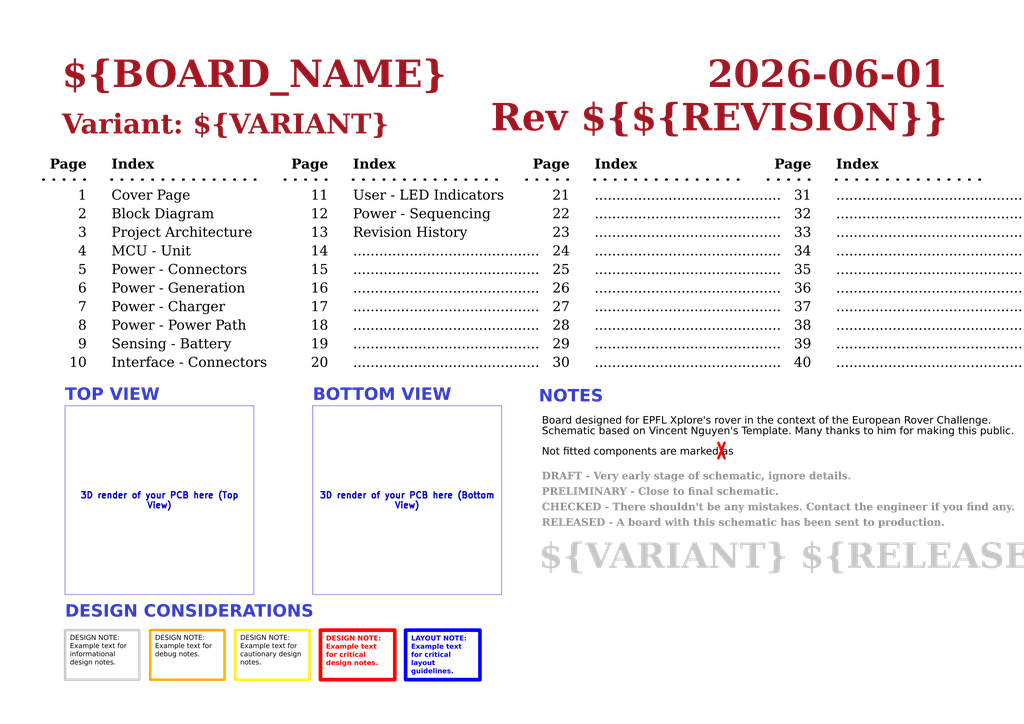
<source format=kicad_sch>
(kicad_sch
	(version 20231120)
	(generator "eeschema")
	(generator_version "8.0")
	(uuid "0650c7a8-acba-429c-9f8e-eec0baf0bc1c")
	(paper "A3")
	(title_block
		(title "Cover Page")
		(date "Last Modified Date")
		(rev "${REVISION}")
		(company "${COMPANY}")
	)
	(lib_symbols)
	(polyline
		(pts
			(xy 215.9 73.66) (xy 233.68 73.66)
		)
		(stroke
			(width 1)
			(type dot)
			(color 0 0 0 1)
		)
		(uuid "024689d9-b8ca-41ae-b55d-6ff207f6e101")
	)
	(polyline
		(pts
			(xy 297.18 181.61) (xy 294.64 187.96)
		)
		(stroke
			(width 1)
			(type default)
			(color 255 0 0 1)
		)
		(uuid "4ae2cac4-7676-4a8d-91c4-c6c6f4585019")
	)
	(polyline
		(pts
			(xy 45.72 73.66) (xy 106.68 73.66)
		)
		(stroke
			(width 1)
			(type dot)
			(color 0 0 0 1)
		)
		(uuid "594379bc-c052-4d2e-996b-8b5c1a0857fd")
	)
	(polyline
		(pts
			(xy 342.9 73.66) (xy 403.86 73.66)
		)
		(stroke
			(width 1)
			(type dot)
			(color 0 0 0 1)
		)
		(uuid "8ca04e4f-914f-46ae-b7bb-c241f34f0be3")
	)
	(polyline
		(pts
			(xy 243.84 73.66) (xy 304.8 73.66)
		)
		(stroke
			(width 1)
			(type dot)
			(color 0 0 0 1)
		)
		(uuid "90aedf20-3619-4eea-9142-e5201cfa9329")
	)
	(polyline
		(pts
			(xy 116.84 73.66) (xy 134.62 73.66)
		)
		(stroke
			(width 1)
			(type dot)
			(color 0 0 0 1)
		)
		(uuid "aa27a991-1dd0-4ddb-a292-69ddc074d2fe")
	)
	(polyline
		(pts
			(xy 17.78 73.66) (xy 35.56 73.66)
		)
		(stroke
			(width 1)
			(type dot)
			(color 0 0 0 1)
		)
		(uuid "aefa0f5d-e237-48a6-8d0d-7925958d23a4")
	)
	(polyline
		(pts
			(xy 294.64 181.61) (xy 297.18 187.96)
		)
		(stroke
			(width 1)
			(type default)
			(color 255 0 0 1)
		)
		(uuid "b16ef1e7-4b58-4125-810d-81e7071984f8")
	)
	(polyline
		(pts
			(xy 144.78 73.66) (xy 205.74 73.66)
		)
		(stroke
			(width 1)
			(type dot)
			(color 0 0 0 1)
		)
		(uuid "d03f8f3f-5543-483d-a054-040e77e06c0e")
	)
	(polyline
		(pts
			(xy 314.96 73.66) (xy 332.74 73.66)
		)
		(stroke
			(width 1)
			(type dot)
			(color 0 0 0 1)
		)
		(uuid "f1ab5a98-3d21-4c83-b2d8-cfe1793d64cb")
	)
	(text_box "3D render of your PCB here (Bottom View)"
		(exclude_from_sim no)
		(at 128.27 166.37 0)
		(size 77.47 77.47)
		(stroke
			(width 0)
			(type default)
		)
		(fill
			(type none)
		)
		(effects
			(font
				(size 2.54 2.54)
				(thickness 0.508)
				(bold yes)
			)
		)
		(uuid "0c38d11f-bb11-46db-a91c-ebc0b30e95f5")
	)
	(text_box "3D render of your PCB here (Top View)"
		(exclude_from_sim no)
		(at 26.67 166.37 0)
		(size 77.47 77.47)
		(stroke
			(width 0)
			(type default)
		)
		(fill
			(type none)
		)
		(effects
			(font
				(size 2.54 2.54)
				(thickness 0.508)
				(bold yes)
			)
		)
		(uuid "2d015f2a-bc39-4866-bbd9-40b03d497a26")
	)
	(text_box "Metadata can be set in File → Schematic Setup → Project → Text Variables"
		(exclude_from_sim no)
		(at 8.89 300.99 0)
		(size 119.38 6.35)
		(stroke
			(width -0.0001)
			(type default)
		)
		(fill
			(type none)
		)
		(effects
			(font
				(size 2.54 2.54)
				(thickness 0.381)
				(bold yes)
				(color 0 0 0 1)
			)
			(justify right top)
		)
		(uuid "4d4fc8f9-28d9-4b33-b78d-b00f0a2b33ca")
	)
	(text_box "DESIGN NOTE:\nExample text for informational design notes."
		(exclude_from_sim no)
		(at 26.67 258.445 0)
		(size 30.48 20.32)
		(stroke
			(width 1)
			(type solid)
			(color 200 200 200 1)
		)
		(fill
			(type none)
		)
		(effects
			(font
				(face "Arial")
				(size 2 2)
				(color 0 0 0 1)
			)
			(justify left top)
		)
		(uuid "60b6a08c-a542-468e-b79f-aa4a2aa0e9e7")
	)
	(text_box "LAYOUT NOTE:\nExample text for critical layout guidelines."
		(exclude_from_sim no)
		(at 166.37 258.445 0)
		(size 30.48 20.32)
		(stroke
			(width 1.5)
			(type solid)
			(color 0 0 255 1)
		)
		(fill
			(type none)
		)
		(effects
			(font
				(face "Arial")
				(size 2 2)
				(thickness 0.4)
				(bold yes)
				(color 0 0 255 1)
			)
			(justify left top)
		)
		(uuid "b2648603-9b19-4c01-9621-49d92c5b8a6e")
	)
	(text_box "DESIGN NOTE:\nExample text for cautionary design notes."
		(exclude_from_sim no)
		(at 96.52 258.445 0)
		(size 30.48 20.32)
		(stroke
			(width 1)
			(type solid)
			(color 250 236 0 1)
		)
		(fill
			(type none)
		)
		(effects
			(font
				(face "Arial")
				(size 2 2)
				(color 0 0 0 1)
			)
			(justify left top)
		)
		(uuid "c7ec7f64-f5b0-4d3e-9743-7d40c3e23ecf")
	)
	(text_box "DESIGN NOTE:\nExample text for debug notes."
		(exclude_from_sim no)
		(at 61.595 258.445 0)
		(size 30.48 20.32)
		(stroke
			(width 1)
			(type solid)
			(color 255 165 0 1)
		)
		(fill
			(type none)
		)
		(effects
			(font
				(face "Arial")
				(size 2 2)
				(color 0 0 0 1)
			)
			(justify left top)
		)
		(uuid "c8bf2561-6ede-45f0-9b2e-12af2dfee13b")
	)
	(text_box "DESIGN NOTE:\nExample text for critical design notes."
		(exclude_from_sim no)
		(at 131.445 258.445 0)
		(size 30.48 20.32)
		(stroke
			(width 1.5)
			(type solid)
			(color 255 0 0 1)
		)
		(fill
			(type none)
		)
		(effects
			(font
				(face "Arial")
				(size 2 2)
				(thickness 0.4)
				(bold yes)
				(color 255 0 0 1)
			)
			(justify left top)
		)
		(uuid "d03e1008-e371-461f-a9f2-320d8a2b7341")
	)
	(text "9"
		(exclude_from_sim no)
		(at 35.56 144.78 0)
		(effects
			(font
				(face "Times New Roman")
				(size 4 4)
				(color 0 0 0 1)
			)
			(justify right bottom)
			(href "#9")
		)
		(uuid "0171ecc8-df6f-418e-95ea-db73cf975716")
	)
	(text "BOTTOM VIEW"
		(exclude_from_sim no)
		(at 128.27 166.37 0)
		(effects
			(font
				(face "Arial")
				(size 5 5)
				(bold yes)
				(color 53 60 207 1)
			)
			(justify left bottom)
		)
		(uuid "041ff709-0f5e-466e-adab-d03afffd90b7")
	)
	(text "..........................................."
		(exclude_from_sim no)
		(at 243.84 99.06 0)
		(effects
			(font
				(face "Times New Roman")
				(size 4 4)
				(color 0 0 0 1)
			)
			(justify left bottom)
			(href "#23")
		)
		(uuid "0647f622-b644-4538-802a-42edf8cdccc5")
	)
	(text "Schematic based on Vincent Nguyen's Template. Many thanks to him for making this public."
		(exclude_from_sim no)
		(at 222.25 179.578 0)
		(effects
			(font
				(face "Arial")
				(size 3 3)
				(color 0 0 0 1)
			)
			(justify left bottom)
			(href "https://youtu.be/_ZjyeltLMAg")
		)
		(uuid "0649b5a6-dc8d-479b-a381-010399865be2")
	)
	(text "13"
		(exclude_from_sim no)
		(at 134.62 99.06 0)
		(effects
			(font
				(face "Times New Roman")
				(size 4 4)
				(color 0 0 0 1)
			)
			(justify right bottom)
			(href "#13")
		)
		(uuid "09a9f005-609a-4854-9ba5-f5a5e7b8d7c7")
	)
	(text "RELEASED - A board with this schematic has been sent to production."
		(exclude_from_sim no)
		(at 222.25 217.17 0)
		(effects
			(font
				(face "Times New Roman")
				(size 3 3)
				(thickness 0.6)
				(bold yes)
				(color 140 140 140 1)
			)
			(justify left bottom)
		)
		(uuid "10cbc67f-d688-44d7-9e2b-bee41b99ad5c")
	)
	(text "Page"
		(exclude_from_sim no)
		(at 332.74 71.12 0)
		(effects
			(font
				(face "Times New Roman")
				(size 4 4)
				(bold yes)
				(color 0 0 0 1)
			)
			(justify right bottom)
		)
		(uuid "1b60c0cc-bf04-4615-8796-1ecc890b346a")
	)
	(text "TOP VIEW"
		(exclude_from_sim no)
		(at 26.67 166.37 0)
		(effects
			(font
				(face "Arial")
				(size 5 5)
				(bold yes)
				(color 53 60 207 1)
			)
			(justify left bottom)
		)
		(uuid "1c033b5c-f50d-4e0f-94c4-59e72fb244de")
	)
	(text "3"
		(exclude_from_sim no)
		(at 35.56 99.06 0)
		(effects
			(font
				(face "Times New Roman")
				(size 4 4)
				(color 0 0 0 1)
			)
			(justify right bottom)
			(href "#3")
		)
		(uuid "1dd16a1b-b3b8-42a1-b678-3a7b261e7284")
	)
	(text "38"
		(exclude_from_sim no)
		(at 332.74 137.16 0)
		(effects
			(font
				(face "Times New Roman")
				(size 4 4)
				(color 0 0 0 1)
			)
			(justify right bottom)
			(href "#38")
		)
		(uuid "2d20025d-61e4-451d-b51e-153fedc44d68")
	)
	(text "Interface - Connectors"
		(exclude_from_sim no)
		(at 45.72 152.4 0)
		(effects
			(font
				(face "Times New Roman")
				(size 4 4)
				(color 0 0 0 1)
			)
			(justify left bottom)
			(href "#10")
		)
		(uuid "2df49b6e-980f-4a01-ab23-c61ed27bd1b8")
	)
	(text "Sensing - Battery"
		(exclude_from_sim no)
		(at 45.72 144.78 0)
		(effects
			(font
				(face "Times New Roman")
				(size 4 4)
				(color 0 0 0 1)
			)
			(justify left bottom)
			(href "#9")
		)
		(uuid "319dfe95-cf7d-4b95-aa65-2f948d7bd6bc")
	)
	(text "Power - Power Path"
		(exclude_from_sim no)
		(at 45.72 137.16 0)
		(effects
			(font
				(face "Times New Roman")
				(size 4 4)
				(color 0 0 0 1)
			)
			(justify left bottom)
			(href "#8")
		)
		(uuid "339f13bd-0896-43a1-925e-733e36e395bd")
	)
	(text "..........................................."
		(exclude_from_sim no)
		(at 144.78 121.92 0)
		(effects
			(font
				(face "Times New Roman")
				(size 4 4)
				(color 0 0 0 1)
			)
			(justify left bottom)
			(href "#16")
		)
		(uuid "34c28277-d6a5-4104-8740-b78485a8ff4c")
	)
	(text "1"
		(exclude_from_sim no)
		(at 35.56 83.82 0)
		(effects
			(font
				(face "Times New Roman")
				(size 4 4)
				(color 0 0 0 1)
			)
			(justify right bottom)
			(href "#1")
		)
		(uuid "3691ab49-6c05-4886-869a-12221f52fdee")
	)
	(text "Not fitted components are marked as"
		(exclude_from_sim no)
		(at 222.25 187.96 0)
		(effects
			(font
				(face "Arial")
				(size 3 3)
				(color 0 0 0 1)
			)
			(justify left bottom)
		)
		(uuid "3e121d9b-11e9-4895-9779-ade93d5b2a88")
	)
	(text "..........................................."
		(exclude_from_sim no)
		(at 243.84 152.4 0)
		(effects
			(font
				(face "Times New Roman")
				(size 4 4)
				(color 0 0 0 1)
			)
			(justify left bottom)
			(href "#30")
		)
		(uuid "41bb0f90-1135-4d50-9d44-9fb04444ecf6")
	)
	(text "Index"
		(exclude_from_sim no)
		(at 45.72 71.12 0)
		(effects
			(font
				(face "Times New Roman")
				(size 4 4)
				(bold yes)
				(color 0 0 0 1)
			)
			(justify left bottom)
		)
		(uuid "44841f0e-187c-41b9-a570-9f74973319c9")
	)
	(text "Revision History"
		(exclude_from_sim no)
		(at 144.78 99.06 0)
		(effects
			(font
				(face "Times New Roman")
				(size 4 4)
				(color 0 0 0 1)
			)
			(justify left bottom)
			(href "#13")
		)
		(uuid "461ef4aa-5f24-4935-a427-92bbc78a05f3")
	)
	(text "Index"
		(exclude_from_sim no)
		(at 144.78 71.12 0)
		(effects
			(font
				(face "Times New Roman")
				(size 4 4)
				(bold yes)
				(color 0 0 0 1)
			)
			(justify left bottom)
		)
		(uuid "4773b195-e777-483d-bd5a-5b18be14b485")
	)
	(text "27"
		(exclude_from_sim no)
		(at 233.68 129.54 0)
		(effects
			(font
				(face "Times New Roman")
				(size 4 4)
				(color 0 0 0 1)
			)
			(justify right bottom)
			(href "#27")
		)
		(uuid "47e5ef3a-a936-4417-8e04-a70df1a04676")
	)
	(text "15"
		(exclude_from_sim no)
		(at 134.62 114.3 0)
		(effects
			(font
				(face "Times New Roman")
				(size 4 4)
				(color 0 0 0 1)
			)
			(justify right bottom)
			(href "#15")
		)
		(uuid "48cae9b2-9935-4ee2-a962-685c04325434")
	)
	(text "6"
		(exclude_from_sim no)
		(at 35.56 121.92 0)
		(effects
			(font
				(face "Times New Roman")
				(size 4 4)
				(color 0 0 0 1)
			)
			(justify right bottom)
			(href "#6")
		)
		(uuid "4aa9b67c-c657-48d1-abb0-497faf20008a")
	)
	(text "PRELIMINARY - Close to final schematic."
		(exclude_from_sim no)
		(at 222.25 204.47 0)
		(effects
			(font
				(face "Times New Roman")
				(size 3 3)
				(thickness 0.6)
				(bold yes)
				(color 140 140 140 1)
			)
			(justify left bottom)
		)
		(uuid "4b75d6be-e2b4-4862-a5fd-f3239bff6734")
	)
	(text "24"
		(exclude_from_sim no)
		(at 233.68 106.68 0)
		(effects
			(font
				(face "Times New Roman")
				(size 4 4)
				(color 0 0 0 1)
			)
			(justify right bottom)
			(href "#24")
		)
		(uuid "4d10b8f7-ee9d-4539-987e-2871a213b2d6")
	)
	(text "${VARIANT} ${RELEASE_DATE}"
		(exclude_from_sim no)
		(at 220.98 237.49 0)
		(effects
			(font
				(face "Times New Roman")
				(size 10.16 10.16)
				(thickness 0.6)
				(bold yes)
				(color 200 200 200 1)
			)
			(justify left bottom)
		)
		(uuid "4f144e11-d681-45f3-b92d-dea6c28023e4")
	)
	(text "Page"
		(exclude_from_sim no)
		(at 35.56 71.12 0)
		(effects
			(font
				(face "Times New Roman")
				(size 4 4)
				(bold yes)
				(color 0 0 0 1)
			)
			(justify right bottom)
		)
		(uuid "5216de6a-28ab-4e49-a422-9fd32d8fed67")
	)
	(text "MCU - Unit"
		(exclude_from_sim no)
		(at 45.72 106.68 0)
		(effects
			(font
				(face "Times New Roman")
				(size 4 4)
				(color 0 0 0 1)
			)
			(justify left bottom)
			(href "#4")
		)
		(uuid "547bb3ec-bec4-4b68-a38e-2ac56be29bd3")
	)
	(text "..........................................."
		(exclude_from_sim no)
		(at 243.84 129.54 0)
		(effects
			(font
				(face "Times New Roman")
				(size 4 4)
				(color 0 0 0 1)
			)
			(justify left bottom)
			(href "#27")
		)
		(uuid "598c6218-39d7-40a8-878a-842531c6a754")
	)
	(text "8"
		(exclude_from_sim no)
		(at 35.56 137.16 0)
		(effects
			(font
				(face "Times New Roman")
				(size 4 4)
				(color 0 0 0 1)
			)
			(justify right bottom)
			(href "#8")
		)
		(uuid "5dd35c87-2aeb-4c16-ab79-fbda71c4347a")
	)
	(text "14"
		(exclude_from_sim no)
		(at 134.62 106.68 0)
		(effects
			(font
				(face "Times New Roman")
				(size 4 4)
				(color 0 0 0 1)
			)
			(justify right bottom)
			(href "#14")
		)
		(uuid "5e529423-56be-4ad0-9794-38b960fa0634")
	)
	(text "..........................................."
		(exclude_from_sim no)
		(at 342.9 137.16 0)
		(effects
			(font
				(face "Times New Roman")
				(size 4 4)
				(color 0 0 0 1)
			)
			(justify left bottom)
			(href "#38")
		)
		(uuid "5ec61f31-3c66-4623-97e5-d26d3b9bb1be")
	)
	(text "..........................................."
		(exclude_from_sim no)
		(at 342.9 152.4 0)
		(effects
			(font
				(face "Times New Roman")
				(size 4 4)
				(color 0 0 0 1)
			)
			(justify left bottom)
			(href "#40")
		)
		(uuid "65f25bf1-cc7d-4807-9afa-0a0ac612f9b3")
	)
	(text "23"
		(exclude_from_sim no)
		(at 233.68 99.06 0)
		(effects
			(font
				(face "Times New Roman")
				(size 4 4)
				(color 0 0 0 1)
			)
			(justify right bottom)
			(href "#23")
		)
		(uuid "68aaa364-f788-45fb-b731-7b1eda7a6c6c")
	)
	(text "Index"
		(exclude_from_sim no)
		(at 243.84 71.12 0)
		(effects
			(font
				(face "Times New Roman")
				(size 4 4)
				(bold yes)
				(color 0 0 0 1)
			)
			(justify left bottom)
		)
		(uuid "6eee427d-5608-4f64-99d8-6d8e4391a6b0")
	)
	(text "..........................................."
		(exclude_from_sim no)
		(at 342.9 91.44 0)
		(effects
			(font
				(face "Times New Roman")
				(size 4 4)
				(color 0 0 0 1)
			)
			(justify left bottom)
			(href "#32")
		)
		(uuid "71058a62-023a-4e0a-b0c4-c0fb8bf95cc8")
	)
	(text "5"
		(exclude_from_sim no)
		(at 35.56 114.3 0)
		(effects
			(font
				(face "Times New Roman")
				(size 4 4)
				(color 0 0 0 1)
			)
			(justify right bottom)
			(href "#5")
		)
		(uuid "718e4830-a352-43f0-b9c5-1495032b5970")
	)
	(text "${CURRENT_DATE}"
		(exclude_from_sim no)
		(at 388.62 40.64 0)
		(effects
			(font
				(face "Times New Roman")
				(size 11 11)
				(thickness 1)
				(bold yes)
				(color 162 22 34 1)
			)
			(justify right bottom)
		)
		(uuid "752b8016-2b6c-433a-9e5a-755eac1f800d")
	)
	(text "26"
		(exclude_from_sim no)
		(at 233.68 121.92 0)
		(effects
			(font
				(face "Times New Roman")
				(size 4 4)
				(color 0 0 0 1)
			)
			(justify right bottom)
			(href "#26")
		)
		(uuid "78da4ba2-8c96-4e51-9a03-b14367dceea0")
	)
	(text "16"
		(exclude_from_sim no)
		(at 134.62 121.92 0)
		(effects
			(font
				(face "Times New Roman")
				(size 4 4)
				(color 0 0 0 1)
			)
			(justify right bottom)
			(href "#16")
		)
		(uuid "7a577aea-9c53-4431-8f38-6cd521e907d0")
	)
	(text "10"
		(exclude_from_sim no)
		(at 35.56 152.4 0)
		(effects
			(font
				(face "Times New Roman")
				(size 4 4)
				(color 0 0 0 1)
			)
			(justify right bottom)
			(href "#10")
		)
		(uuid "7caa34f0-df91-4ed4-bb8e-ff81315f8c93")
	)
	(text "35"
		(exclude_from_sim no)
		(at 332.74 114.3 0)
		(effects
			(font
				(face "Times New Roman")
				(size 4 4)
				(color 0 0 0 1)
			)
			(justify right bottom)
			(href "#35")
		)
		(uuid "7d4a16f6-fc91-424a-bffd-707dc25afa40")
	)
	(text "18"
		(exclude_from_sim no)
		(at 134.62 137.16 0)
		(effects
			(font
				(face "Times New Roman")
				(size 4 4)
				(color 0 0 0 1)
			)
			(justify right bottom)
			(href "#18")
		)
		(uuid "7d4de17d-b484-45d2-95af-1050fc297950")
	)
	(text "33"
		(exclude_from_sim no)
		(at 332.74 99.06 0)
		(effects
			(font
				(face "Times New Roman")
				(size 4 4)
				(color 0 0 0 1)
			)
			(justify right bottom)
			(href "#33")
		)
		(uuid "7fd97343-03c5-4f22-a59e-bc2d9fd9af23")
	)
	(text "Variant: ${VARIANT}"
		(exclude_from_sim no)
		(at 25.4 58.42 0)
		(effects
			(font
				(face "Times New Roman")
				(size 8 8)
				(thickness 1)
				(bold yes)
				(color 162 22 34 1)
			)
			(justify left bottom)
		)
		(uuid "832c6231-94ea-4718-8f70-96006b71efdf")
	)
	(text "4"
		(exclude_from_sim no)
		(at 35.56 106.68 0)
		(effects
			(font
				(face "Times New Roman")
				(size 4 4)
				(color 0 0 0 1)
			)
			(justify right bottom)
			(href "#4")
		)
		(uuid "8d802a1e-8c90-4592-9cec-00ce1173b8bd")
	)
	(text "11"
		(exclude_from_sim no)
		(at 134.62 83.82 0)
		(effects
			(font
				(face "Times New Roman")
				(size 4 4)
				(color 0 0 0 1)
			)
			(justify right bottom)
			(href "#11")
		)
		(uuid "8d827c06-285c-46bc-8024-d46f4098d9e5")
	)
	(text "Rev ${REVISION}"
		(exclude_from_sim no)
		(at 388.62 58.42 0)
		(effects
			(font
				(face "Times New Roman")
				(size 11 11)
				(thickness 1)
				(bold yes)
				(color 162 22 34 1)
			)
			(justify right bottom)
		)
		(uuid "9008c96f-82fa-4b3f-88a3-9ae35f59090b")
	)
	(text "..........................................."
		(exclude_from_sim no)
		(at 243.84 106.68 0)
		(effects
			(font
				(face "Times New Roman")
				(size 4 4)
				(color 0 0 0 1)
			)
			(justify left bottom)
			(href "#24")
		)
		(uuid "91ef4a1a-faaf-4d16-b090-6e6451092c3a")
	)
	(text "28"
		(exclude_from_sim no)
		(at 233.68 137.16 0)
		(effects
			(font
				(face "Times New Roman")
				(size 4 4)
				(color 0 0 0 1)
			)
			(justify right bottom)
			(href "#28")
		)
		(uuid "9310b062-10e2-49af-a22c-1c9854a7f3f0")
	)
	(text "..........................................."
		(exclude_from_sim no)
		(at 243.84 144.78 0)
		(effects
			(font
				(face "Times New Roman")
				(size 4 4)
				(color 0 0 0 1)
			)
			(justify left bottom)
			(href "#29")
		)
		(uuid "93713c73-3aba-4b0b-9f3c-b37ab3721f94")
	)
	(text "..........................................."
		(exclude_from_sim no)
		(at 243.84 91.44 0)
		(effects
			(font
				(face "Times New Roman")
				(size 4 4)
				(color 0 0 0 1)
			)
			(justify left bottom)
			(href "#22")
		)
		(uuid "93b242cb-0b6a-48cc-a920-659ba5a2d4b9")
	)
	(text "..........................................."
		(exclude_from_sim no)
		(at 342.9 144.78 0)
		(effects
			(font
				(face "Times New Roman")
				(size 4 4)
				(color 0 0 0 1)
			)
			(justify left bottom)
			(href "#39")
		)
		(uuid "9413d17b-fd74-4a56-8014-ec2904184d8a")
	)
	(text "Power - Connectors"
		(exclude_from_sim no)
		(at 45.72 114.3 0)
		(effects
			(font
				(face "Times New Roman")
				(size 4 4)
				(color 0 0 0 1)
			)
			(justify left bottom)
			(href "#5")
		)
		(uuid "9413d28a-c2b4-4d73-ae2d-68b4717d1b67")
	)
	(text "Page"
		(exclude_from_sim no)
		(at 233.68 71.12 0)
		(effects
			(font
				(face "Times New Roman")
				(size 4 4)
				(bold yes)
				(color 0 0 0 1)
			)
			(justify right bottom)
		)
		(uuid "959ea2a5-595d-4c64-a44e-f0c1c6497852")
	)
	(text "..........................................."
		(exclude_from_sim no)
		(at 144.78 144.78 0)
		(effects
			(font
				(face "Times New Roman")
				(size 4 4)
				(color 0 0 0 1)
			)
			(justify left bottom)
			(href "#19")
		)
		(uuid "9d747571-2a3a-41dd-b7ab-0c07afaa5df1")
	)
	(text "User - LED Indicators"
		(exclude_from_sim no)
		(at 144.78 83.82 0)
		(effects
			(font
				(face "Times New Roman")
				(size 4 4)
				(color 0 0 0 1)
			)
			(justify left bottom)
			(href "#11")
		)
		(uuid "9e3e9ac8-468f-4f09-9650-682992859fd0")
	)
	(text "..........................................."
		(exclude_from_sim no)
		(at 144.78 129.54 0)
		(effects
			(font
				(face "Times New Roman")
				(size 4 4)
				(color 0 0 0 1)
			)
			(justify left bottom)
			(href "#17")
		)
		(uuid "a2bb1bed-8e4e-4038-8b4e-99f9457f4c30")
	)
	(text "31"
		(exclude_from_sim no)
		(at 332.74 83.82 0)
		(effects
			(font
				(face "Times New Roman")
				(size 4 4)
				(color 0 0 0 1)
			)
			(justify right bottom)
			(href "#31")
		)
		(uuid "a8eb70a2-f43e-480c-afdf-7e91507527a7")
	)
	(text "36"
		(exclude_from_sim no)
		(at 332.74 121.92 0)
		(effects
			(font
				(face "Times New Roman")
				(size 4 4)
				(color 0 0 0 1)
			)
			(justify right bottom)
			(href "#36")
		)
		(uuid "a95a57c3-0ec4-4b96-8edf-d46ee18a4a8e")
	)
	(text "..........................................."
		(exclude_from_sim no)
		(at 243.84 137.16 0)
		(effects
			(font
				(face "Times New Roman")
				(size 4 4)
				(color 0 0 0 1)
			)
			(justify left bottom)
			(href "#28")
		)
		(uuid "ad40278e-f3e6-4c25-8fa4-1f4e3918f822")
	)
	(text "22"
		(exclude_from_sim no)
		(at 233.68 91.44 0)
		(effects
			(font
				(face "Times New Roman")
				(size 4 4)
				(color 0 0 0 1)
			)
			(justify right bottom)
			(href "#22")
		)
		(uuid "ada746a9-1ac8-4ba5-b1f0-e040d6c0fa14")
	)
	(text "..........................................."
		(exclude_from_sim no)
		(at 144.78 114.3 0)
		(effects
			(font
				(face "Times New Roman")
				(size 4 4)
				(color 0 0 0 1)
			)
			(justify left bottom)
			(href "#15")
		)
		(uuid "ae6c0242-f9a8-4717-86dd-2d27e5dc9018")
	)
	(text "..........................................."
		(exclude_from_sim no)
		(at 342.9 83.82 0)
		(effects
			(font
				(face "Times New Roman")
				(size 4 4)
				(color 0 0 0 1)
			)
			(justify left bottom)
			(href "#31")
		)
		(uuid "b39085c9-1ebe-4dab-a6c1-54ab08707fbf")
	)
	(text "25"
		(exclude_from_sim no)
		(at 233.68 114.3 0)
		(effects
			(font
				(face "Times New Roman")
				(size 4 4)
				(color 0 0 0 1)
			)
			(justify right bottom)
			(href "#25")
		)
		(uuid "b3f10ccd-dd30-4e1a-9a39-191e590211cc")
	)
	(text "${BOARD_NAME}"
		(exclude_from_sim no)
		(at 25.4 40.64 0)
		(effects
			(font
				(face "Times New Roman")
				(size 11 11)
				(thickness 1)
				(bold yes)
				(color 162 22 34 1)
			)
			(justify left bottom)
		)
		(uuid "b5491481-138f-4748-8f60-dc51e3284b98")
	)
	(text "..........................................."
		(exclude_from_sim no)
		(at 243.84 121.92 0)
		(effects
			(font
				(face "Times New Roman")
				(size 4 4)
				(color 0 0 0 1)
			)
			(justify left bottom)
			(href "#26")
		)
		(uuid "b55022f1-bde3-45d1-ab63-474a18aef763")
	)
	(text "..........................................."
		(exclude_from_sim no)
		(at 342.9 106.68 0)
		(effects
			(font
				(face "Times New Roman")
				(size 4 4)
				(color 0 0 0 1)
			)
			(justify left bottom)
			(href "#34")
		)
		(uuid "b5c8bc07-6a7e-4ec3-955b-9e6a13622c4e")
	)
	(text "37"
		(exclude_from_sim no)
		(at 332.74 129.54 0)
		(effects
			(font
				(face "Times New Roman")
				(size 4 4)
				(color 0 0 0 1)
			)
			(justify right bottom)
			(href "#37")
		)
		(uuid "baff535e-40df-4979-8ad1-9d6e8282e1a0")
	)
	(text "Page"
		(exclude_from_sim no)
		(at 134.62 71.12 0)
		(effects
			(font
				(face "Times New Roman")
				(size 4 4)
				(bold yes)
				(color 0 0 0 1)
			)
			(justify right bottom)
		)
		(uuid "beb5ee3d-ad62-4c0c-ab18-390f8e3c78c4")
	)
	(text "DRAFT - Very early stage of schematic, ignore details."
		(exclude_from_sim no)
		(at 222.25 198.12 0)
		(effects
			(font
				(face "Times New Roman")
				(size 3 3)
				(thickness 0.6)
				(bold yes)
				(color 140 140 140 1)
			)
			(justify left bottom)
		)
		(uuid "c1828499-d221-4dc2-9c7b-c9d850654d5e")
	)
	(text "..........................................."
		(exclude_from_sim no)
		(at 144.78 106.68 0)
		(effects
			(font
				(face "Times New Roman")
				(size 4 4)
				(color 0 0 0 1)
			)
			(justify left bottom)
			(href "#14")
		)
		(uuid "c492727f-a5a2-4efb-9f13-b55fb4c5125a")
	)
	(text "Index"
		(exclude_from_sim no)
		(at 342.9 71.12 0)
		(effects
			(font
				(face "Times New Roman")
				(size 4 4)
				(bold yes)
				(color 0 0 0 1)
			)
			(justify left bottom)
		)
		(uuid "c52bc9e5-2c42-41e6-ae08-fabef868928a")
	)
	(text "Power - Generation"
		(exclude_from_sim no)
		(at 45.72 121.92 0)
		(effects
			(font
				(face "Times New Roman")
				(size 4 4)
				(color 0 0 0 1)
			)
			(justify left bottom)
			(href "#6")
		)
		(uuid "c787ff5d-5d58-4a12-8967-dc99673505b9")
	)
	(text "..........................................."
		(exclude_from_sim no)
		(at 342.9 121.92 0)
		(effects
			(font
				(face "Times New Roman")
				(size 4 4)
				(color 0 0 0 1)
			)
			(justify left bottom)
			(href "#36")
		)
		(uuid "c8a13f8e-6347-4971-97e9-3bbacc8fb0b5")
	)
	(text "..........................................."
		(exclude_from_sim no)
		(at 342.9 114.3 0)
		(effects
			(font
				(face "Times New Roman")
				(size 4 4)
				(color 0 0 0 1)
			)
			(justify left bottom)
			(href "#35")
		)
		(uuid "c932f64b-e011-46ca-8efc-bb2f186e8b13")
	)
	(text "Block Diagram"
		(exclude_from_sim no)
		(at 45.72 91.44 0)
		(effects
			(font
				(face "Times New Roman")
				(size 4 4)
				(color 0 0 0 1)
			)
			(justify left bottom)
			(href "#2")
		)
		(uuid "caeb7f52-f34e-4432-b129-9207069a1ad5")
	)
	(text "19"
		(exclude_from_sim no)
		(at 134.62 144.78 0)
		(effects
			(font
				(face "Times New Roman")
				(size 4 4)
				(color 0 0 0 1)
			)
			(justify right bottom)
			(href "#19")
		)
		(uuid "cbf7eaea-8009-4ccd-9079-9d687b9a3603")
	)
	(text "30"
		(exclude_from_sim no)
		(at 233.68 152.4 0)
		(effects
			(font
				(face "Times New Roman")
				(size 4 4)
				(color 0 0 0 1)
			)
			(justify right bottom)
			(href "#30")
		)
		(uuid "cea38a57-40f7-465f-b054-ff626e3218d0")
	)
	(text "7"
		(exclude_from_sim no)
		(at 35.56 129.54 0)
		(effects
			(font
				(face "Times New Roman")
				(size 4 4)
				(color 0 0 0 1)
			)
			(justify right bottom)
			(href "#7")
		)
		(uuid "cf9779c0-4a62-4a6f-9127-07f6919e9e8d")
	)
	(text "..........................................."
		(exclude_from_sim no)
		(at 243.84 114.3 0)
		(effects
			(font
				(face "Times New Roman")
				(size 4 4)
				(color 0 0 0 1)
			)
			(justify left bottom)
			(href "#25")
		)
		(uuid "d06fb69a-43a5-466c-8174-3edde239a7c0")
	)
	(text "12"
		(exclude_from_sim no)
		(at 134.62 91.44 0)
		(effects
			(font
				(face "Times New Roman")
				(size 4 4)
				(color 0 0 0 1)
			)
			(justify right bottom)
			(href "#12")
		)
		(uuid "d450aa41-7115-44ab-9cc7-2fa118545b00")
	)
	(text "21"
		(exclude_from_sim no)
		(at 233.68 83.82 0)
		(effects
			(font
				(face "Times New Roman")
				(size 4 4)
				(color 0 0 0 1)
			)
			(justify right bottom)
			(href "#21")
		)
		(uuid "d7ac5948-93ba-4038-95c3-cb73c27df74a")
	)
	(text "Board designed for EPFL Xplore's rover in the context of the European Rover Challenge."
		(exclude_from_sim no)
		(at 222.25 175.26 0)
		(effects
			(font
				(face "Arial")
				(size 3 3)
				(color 0 0 0 1)
			)
			(justify left bottom)
		)
		(uuid "d8d8425a-4141-4ddb-8e75-262db2d23ce8")
	)
	(text "2"
		(exclude_from_sim no)
		(at 35.56 91.44 0)
		(effects
			(font
				(face "Times New Roman")
				(size 4 4)
				(color 0 0 0 1)
			)
			(justify right bottom)
			(href "#2")
		)
		(uuid "dca5e168-6a76-4eb2-b335-e6c030ded824")
	)
	(text "39"
		(exclude_from_sim no)
		(at 332.74 144.78 0)
		(effects
			(font
				(face "Times New Roman")
				(size 4 4)
				(color 0 0 0 1)
			)
			(justify right bottom)
			(href "#39")
		)
		(uuid "e216870b-45fe-49b3-8e55-d9668eb9df44")
	)
	(text "..........................................."
		(exclude_from_sim no)
		(at 144.78 137.16 0)
		(effects
			(font
				(face "Times New Roman")
				(size 4 4)
				(color 0 0 0 1)
			)
			(justify left bottom)
			(href "#18")
		)
		(uuid "e518f3ad-92c7-4755-8883-22916bfc7d1f")
	)
	(text "..........................................."
		(exclude_from_sim no)
		(at 342.9 99.06 0)
		(effects
			(font
				(face "Times New Roman")
				(size 4 4)
				(color 0 0 0 1)
			)
			(justify left bottom)
			(href "#33")
		)
		(uuid "e5564811-ffd2-4bd9-9644-ff1dc80ebf87")
	)
	(text "..........................................."
		(exclude_from_sim no)
		(at 144.78 152.4 0)
		(effects
			(font
				(face "Times New Roman")
				(size 4 4)
				(color 0 0 0 1)
			)
			(justify left bottom)
			(href "#20")
		)
		(uuid "e58de9a8-7551-4002-91cc-eb758bb6876c")
	)
	(text "34"
		(exclude_from_sim no)
		(at 332.74 106.68 0)
		(effects
			(font
				(face "Times New Roman")
				(size 4 4)
				(color 0 0 0 1)
			)
			(justify right bottom)
			(href "#34")
		)
		(uuid "e60ef77b-a7db-4a46-901f-5793e4acc58b")
	)
	(text "29"
		(exclude_from_sim no)
		(at 233.68 144.78 0)
		(effects
			(font
				(face "Times New Roman")
				(size 4 4)
				(color 0 0 0 1)
			)
			(justify right bottom)
			(href "#29")
		)
		(uuid "e83f0c3e-ac1d-4432-a8de-ba5a2be8aa4a")
	)
	(text "Cover Page"
		(exclude_from_sim no)
		(at 45.72 83.82 0)
		(effects
			(font
				(face "Times New Roman")
				(size 4 4)
				(color 0 0 0 1)
			)
			(justify left bottom)
			(href "#1")
		)
		(uuid "e9964413-67ff-4f53-b58c-608277db6779")
	)
	(text "NOTES"
		(exclude_from_sim no)
		(at 220.98 167.005 0)
		(effects
			(font
				(face "Arial")
				(size 5 5)
				(bold yes)
				(color 53 60 207 1)
			)
			(justify left bottom)
		)
		(uuid "ecd14d51-7267-460d-9460-6bae137b0c37")
	)
	(text "Power - Sequencing"
		(exclude_from_sim no)
		(at 144.78 91.44 0)
		(effects
			(font
				(face "Times New Roman")
				(size 4 4)
				(color 0 0 0 1)
			)
			(justify left bottom)
			(href "#12")
		)
		(uuid "ecd5e3bc-c1c8-4595-a242-64b07df33fd4")
	)
	(text "Project Architecture"
		(exclude_from_sim no)
		(at 45.72 99.06 0)
		(effects
			(font
				(face "Times New Roman")
				(size 4 4)
				(color 0 0 0 1)
			)
			(justify left bottom)
			(href "#3")
		)
		(uuid "ed9f4e44-7881-47b3-83af-17eb3de0e161")
	)
	(text "CHECKED - There shouldn't be any mistakes. Contact the engineer if you find any."
		(exclude_from_sim no)
		(at 222.25 210.82 0)
		(effects
			(font
				(face "Times New Roman")
				(size 3 3)
				(thickness 0.6)
				(bold yes)
				(color 140 140 140 1)
			)
			(justify left bottom)
		)
		(uuid "ee4bfbd2-ceac-40c9-847b-b15b18b07c08")
	)
	(text "..........................................."
		(exclude_from_sim no)
		(at 243.84 83.82 0)
		(effects
			(font
				(face "Times New Roman")
				(size 4 4)
				(color 0 0 0 1)
			)
			(justify left bottom)
			(href "#21")
		)
		(uuid "f14c049f-0636-49aa-a70f-0262bf1a57bc")
	)
	(text "20"
		(exclude_from_sim no)
		(at 134.62 152.4 0)
		(effects
			(font
				(face "Times New Roman")
				(size 4 4)
				(color 0 0 0 1)
			)
			(justify right bottom)
			(href "#20")
		)
		(uuid "f17fa600-4ea0-4482-a965-d781b27fd052")
	)
	(text "32"
		(exclude_from_sim no)
		(at 332.74 91.44 0)
		(effects
			(font
				(face "Times New Roman")
				(size 4 4)
				(color 0 0 0 1)
			)
			(justify right bottom)
			(href "#32")
		)
		(uuid "f7f416e4-86a9-4d8f-ac0d-80443c165632")
	)
	(text "..........................................."
		(exclude_from_sim no)
		(at 342.9 129.54 0)
		(effects
			(font
				(face "Times New Roman")
				(size 4 4)
				(color 0 0 0 1)
			)
			(justify left bottom)
			(href "#37")
		)
		(uuid "f8fd86d8-ca92-4fd2-9536-487e6832d844")
	)
	(text "DESIGN CONSIDERATIONS"
		(exclude_from_sim no)
		(at 26.67 255.27 0)
		(effects
			(font
				(face "Arial")
				(size 5 5)
				(bold yes)
				(color 53 60 207 1)
			)
			(justify left bottom)
		)
		(uuid "fb09f930-25b6-4039-89ae-42d9d443b49d")
	)
	(text "40"
		(exclude_from_sim no)
		(at 332.74 152.4 0)
		(effects
			(font
				(face "Times New Roman")
				(size 4 4)
				(color 0 0 0 1)
			)
			(justify right bottom)
			(href "#40")
		)
		(uuid "fe1f4464-8466-41a3-95c1-bacdc38614fb")
	)
	(text "Power - Charger"
		(exclude_from_sim no)
		(at 45.72 129.54 0)
		(effects
			(font
				(face "Times New Roman")
				(size 4 4)
				(color 0 0 0 1)
			)
			(justify left bottom)
			(href "#7")
		)
		(uuid "ff95cd70-408a-4656-b808-dabd546affbd")
	)
	(text "17"
		(exclude_from_sim no)
		(at 134.62 129.54 0)
		(effects
			(font
				(face "Times New Roman")
				(size 4 4)
				(color 0 0 0 1)
			)
			(justify right bottom)
			(href "#17")
		)
		(uuid "ffcd9e5c-5c93-423a-9ccc-e0af67821852")
	)
	(sheet
		(at 340.36 313.69)
		(size 35.56 5.08)
		(stroke
			(width 0.1524)
			(type solid)
		)
		(fill
			(color 0 0 0 0.0000)
		)
		(uuid "13eb0b07-00a1-4d61-8da3-582545eb29a8")
		(property "Sheetname" "Power - Sequencing"
			(at 340.36 312.6609 0)
			(effects
				(font
					(face "Times New Roman")
					(size 1.905 1.905)
					(bold yes)
					(color 0 0 0 1)
				)
				(justify left bottom)
			)
		)
		(property "Sheetfile" "Power - Sequencing.kicad_sch"
			(at 341.63 314.96 0)
			(effects
				(font
					(face "Arial")
					(size 1.27 1.27)
				)
				(justify left top)
			)
		)
		(instances
			(project "Charge Manager"
				(path "/0650c7a8-acba-429c-9f8e-eec0baf0bc1c"
					(page "11")
				)
			)
		)
	)
	(sheet
		(at 299.72 302.26)
		(size 35.56 5.08)
		(stroke
			(width 0.1524)
			(type solid)
		)
		(fill
			(color 0 0 0 0.0000)
		)
		(uuid "de68a101-7eef-4ba8-abb4-14d03adb087f")
		(property "Sheetname" "Block Diagram"
			(at 299.72 301.2309 0)
			(effects
				(font
					(face "Times New Roman")
					(size 1.905 1.905)
					(bold yes)
					(color 0 0 0 1)
				)
				(justify left bottom)
			)
		)
		(property "Sheetfile" "Block Diagram.kicad_sch"
			(at 300.99 303.53 0)
			(effects
				(font
					(face "Arial")
					(size 1.27 1.27)
				)
				(justify left top)
			)
		)
		(instances
			(project "Charge Manager"
				(path "/0650c7a8-acba-429c-9f8e-eec0baf0bc1c"
					(page "2")
				)
			)
		)
	)
	(sheet
		(at 340.36 302.26)
		(size 35.56 5.08)
		(stroke
			(width 0)
			(type solid)
		)
		(fill
			(color 0 0 0 0.0000)
		)
		(uuid "e7c91631-be85-488a-af7a-f2a810f3fbfe")
		(property "Sheetname" "Revision History"
			(at 340.36 300.99 0)
			(effects
				(font
					(face "Times New Roman")
					(size 1.905 1.905)
					(bold yes)
					(color 0 0 0 1)
				)
				(justify left bottom)
			)
		)
		(property "Sheetfile" "Revision History.kicad_sch"
			(at 340.995 303.53 0)
			(effects
				(font
					(face "Arial")
					(size 1.27 1.27)
				)
				(justify left top)
			)
		)
		(instances
			(project "Charge Manager"
				(path "/0650c7a8-acba-429c-9f8e-eec0baf0bc1c"
					(page "12")
				)
			)
		)
	)
	(sheet
		(at 299.72 313.69)
		(size 35.56 5.08)
		(stroke
			(width 0.1524)
			(type solid)
		)
		(fill
			(color 0 0 0 0.0000)
		)
		(uuid "fede4c36-00cc-4d3d-b71c-5243ba232202")
		(property "Sheetname" "Project Architecture"
			(at 299.72 312.6609 0)
			(effects
				(font
					(face "Times New Roman")
					(size 1.905 1.905)
					(bold yes)
					(color 0 0 0 1)
				)
				(justify left bottom)
			)
		)
		(property "Sheetfile" "Project Architecture.kicad_sch"
			(at 300.99 314.96 0)
			(effects
				(font
					(face "Arial")
					(size 1.27 1.27)
				)
				(justify left top)
			)
		)
		(instances
			(project "Charge Manager"
				(path "/0650c7a8-acba-429c-9f8e-eec0baf0bc1c"
					(page "3")
				)
			)
		)
	)
	(sheet_instances
		(path "/"
			(page "1")
		)
	)
)

</source>
